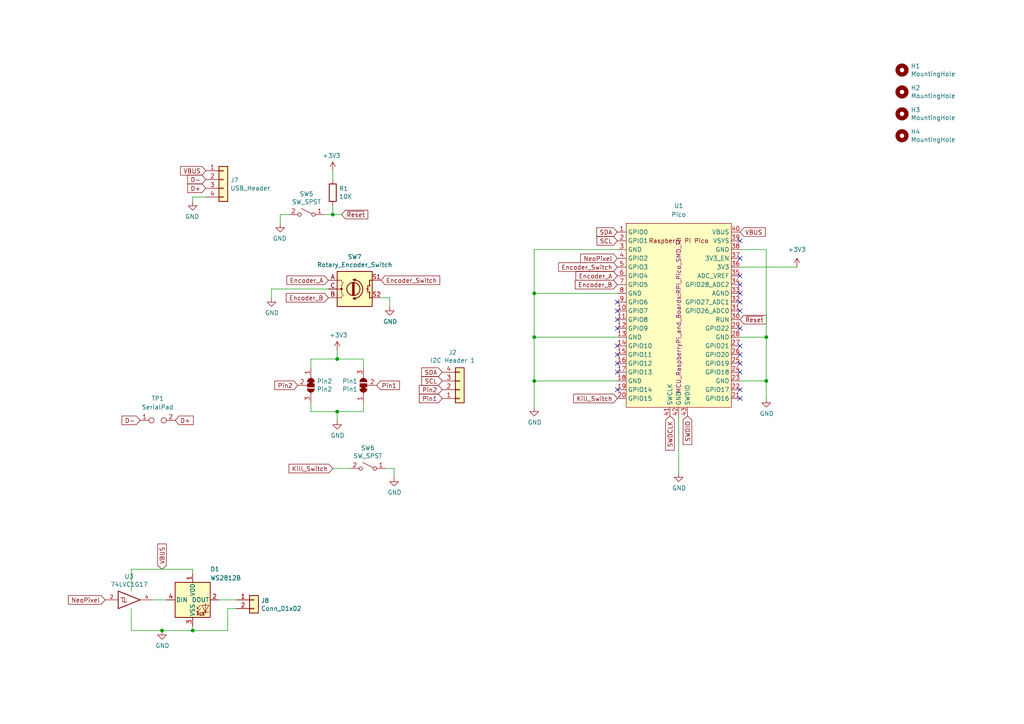
<source format=kicad_sch>
(kicad_sch (version 20211123) (generator eeschema)
  (paper "A4")
  (lib_symbols
    (symbol "Connector:TestPoint_2Pole" (pin_names (offset 0.762) hide)
      (property "Reference" "TP" (at 0 1.524 0))
      (property "Value" "TestPoint_2Pole" (at 0 -1.778 0))
      (symbol "TestPoint_2Pole_0_1"
        (circle (center -1.778 0) (radius 0.762))
        (circle (center 1.778 0) (radius 0.762))
        (pin passive line (at -5.08 0 0) (length 2.54) (name "1") (number "1"))
        (pin passive line (at 5.08 0 180) (length 2.54) (name "2") (number "2"))
      )
    )
    (symbol "MCU_RaspberryPi_and_Boards:Pico"
      (property "Reference" "U" (at -13.97 27.94 0))
      (property "Value" "Pico" (at 0 19.05 0))
      (symbol "Pico_0_0"
        (text "Raspberry Pi Pico" (at 0 21.59 0) (effects (font (size 1.27 1.27))))
      )
      (symbol "Pico_0_1"
        (rectangle (start -15.24 26.67) (end 15.24 -26.67) (fill (type background)))
      )
      (symbol "Pico_1_1"
        (pin bidirectional line (at -17.78 24.13 0) (length 2.54) (name "GPIO0") (number "1"))
        (pin bidirectional line (at -17.78 1.27 0) (length 2.54) (name "GPIO7") (number "10"))
        (pin bidirectional line (at -17.78 -1.27 0) (length 2.54) (name "GPIO8") (number "11"))
        (pin bidirectional line (at -17.78 -3.81 0) (length 2.54) (name "GPIO9") (number "12"))
        (pin power_in line (at -17.78 -6.35 0) (length 2.54) (name "GND") (number "13"))
        (pin bidirectional line (at -17.78 -8.89 0) (length 2.54) (name "GPIO10") (number "14"))
        (pin bidirectional line (at -17.78 -11.43 0) (length 2.54) (name "GPIO11") (number "15"))
        (pin bidirectional line (at -17.78 -13.97 0) (length 2.54) (name "GPIO12") (number "16"))
        (pin bidirectional line (at -17.78 -16.51 0) (length 2.54) (name "GPIO13") (number "17"))
        (pin power_in line (at -17.78 -19.05 0) (length 2.54) (name "GND") (number "18"))
        (pin bidirectional line (at -17.78 -21.59 0) (length 2.54) (name "GPIO14") (number "19"))
        (pin bidirectional line (at -17.78 21.59 0) (length 2.54) (name "GPIO1") (number "2"))
        (pin bidirectional line (at -17.78 -24.13 0) (length 2.54) (name "GPIO15") (number "20"))
        (pin bidirectional line (at 17.78 -24.13 180) (length 2.54) (name "GPIO16") (number "21"))
        (pin bidirectional line (at 17.78 -21.59 180) (length 2.54) (name "GPIO17") (number "22"))
        (pin power_in line (at 17.78 -19.05 180) (length 2.54) (name "GND") (number "23"))
        (pin bidirectional line (at 17.78 -16.51 180) (length 2.54) (name "GPIO18") (number "24"))
        (pin bidirectional line (at 17.78 -13.97 180) (length 2.54) (name "GPIO19") (number "25"))
        (pin bidirectional line (at 17.78 -11.43 180) (length 2.54) (name "GPIO20") (number "26"))
        (pin bidirectional line (at 17.78 -8.89 180) (length 2.54) (name "GPIO21") (number "27"))
        (pin power_in line (at 17.78 -6.35 180) (length 2.54) (name "GND") (number "28"))
        (pin bidirectional line (at 17.78 -3.81 180) (length 2.54) (name "GPIO22") (number "29"))
        (pin power_in line (at -17.78 19.05 0) (length 2.54) (name "GND") (number "3"))
        (pin input line (at 17.78 -1.27 180) (length 2.54) (name "RUN") (number "30"))
        (pin bidirectional line (at 17.78 1.27 180) (length 2.54) (name "GPIO26_ADC0") (number "31"))
        (pin bidirectional line (at 17.78 3.81 180) (length 2.54) (name "GPIO27_ADC1") (number "32"))
        (pin power_in line (at 17.78 6.35 180) (length 2.54) (name "AGND") (number "33"))
        (pin bidirectional line (at 17.78 8.89 180) (length 2.54) (name "GPIO28_ADC2") (number "34"))
        (pin power_in line (at 17.78 11.43 180) (length 2.54) (name "ADC_VREF") (number "35"))
        (pin power_in line (at 17.78 13.97 180) (length 2.54) (name "3V3") (number "36"))
        (pin input line (at 17.78 16.51 180) (length 2.54) (name "3V3_EN") (number "37"))
        (pin bidirectional line (at 17.78 19.05 180) (length 2.54) (name "GND") (number "38"))
        (pin power_in line (at 17.78 21.59 180) (length 2.54) (name "VSYS") (number "39"))
        (pin bidirectional line (at -17.78 16.51 0) (length 2.54) (name "GPIO2") (number "4"))
        (pin power_in line (at 17.78 24.13 180) (length 2.54) (name "VBUS") (number "40"))
        (pin input line (at -2.54 -29.21 90) (length 2.54) (name "SWCLK") (number "41"))
        (pin power_in line (at 0 -29.21 90) (length 2.54) (name "GND") (number "42"))
        (pin bidirectional line (at 2.54 -29.21 90) (length 2.54) (name "SWDIO") (number "43"))
        (pin bidirectional line (at -17.78 13.97 0) (length 2.54) (name "GPIO3") (number "5"))
        (pin bidirectional line (at -17.78 11.43 0) (length 2.54) (name "GPIO4") (number "6"))
        (pin bidirectional line (at -17.78 8.89 0) (length 2.54) (name "GPIO5") (number "7"))
        (pin power_in line (at -17.78 6.35 0) (length 2.54) (name "GND") (number "8"))
        (pin bidirectional line (at -17.78 3.81 0) (length 2.54) (name "GPIO6") (number "9"))
      )
    )
    (symbol "Switch:SW_SPST" (pin_names (offset 0) hide)
      (property "Reference" "SW" (at 0 3.175 0))
      (property "Value" "SW_SPST" (at 0 -2.54 0))
      (symbol "SW_SPST_0_0"
        (circle (center -2.032 0) (radius 0.508))
        (polyline (pts (xy -1.524 0.254) (xy 1.524 1.778)))
        (circle (center 2.032 0) (radius 0.508))
      )
      (symbol "SW_SPST_1_1"
        (pin passive line (at -5.08 0 0) (length 2.54) (name "A") (number "1"))
        (pin passive line (at 5.08 0 180) (length 2.54) (name "B") (number "2"))
      )
    )
    (symbol "V0_Display:74LVC1G17" (pin_names (offset 1.016))
      (property "Reference" "U" (at -2.54 3.81 0))
      (property "Value" "74LVC1G17" (at 0 -3.81 0))
      (symbol "74LVC1G17_0_1"
        (polyline (pts (xy -2.54 0.635) (xy -1.905 0.635) (xy -1.905 -0.635)))
        (polyline (pts (xy -3.81 2.54) (xy -3.81 -2.54) (xy 2.54 0) (xy -3.81 2.54)) (stroke (width 0.254)))
        (polyline (pts (xy -3.175 0.635) (xy -2.54 0.635) (xy -2.54 -0.635) (xy -1.27 -0.635)))
      )
      (symbol "74LVC1G17_1_1"
        (pin input line (at -7.62 0 0) (length 3.81) (name "~") (number "2"))
        (pin power_in line (at 0 -2.54 270) (length 0) hide (name "GND") (number "3"))
        (pin output line (at 6.35 0 180) (length 3.81) (name "~") (number "4"))
        (pin power_in line (at 0 2.54 90) (length 0) hide (name "VCC") (number "5"))
      )
    )
    (symbol "V0_Display:Conn_01x02" (pin_names (offset 1.016) hide)
      (property "Reference" "J" (at 0 2.54 0))
      (property "Value" "Conn_01x02" (at 0 -5.08 0))
      (symbol "Conn_01x02_1_1"
        (rectangle (start -1.27 -2.413) (end 0 -2.667) (stroke (width 0.1524)))
        (rectangle (start -1.27 0.127) (end 0 -0.127) (stroke (width 0.1524)))
        (rectangle (start -1.27 1.27) (end 1.27 -3.81) (stroke (width 0.254)) (fill (type background)))
        (pin passive line (at -5.08 0 0) (length 3.81) (name "Pin_1") (number "1"))
        (pin passive line (at -5.08 -2.54 0) (length 3.81) (name "Pin_2") (number "2"))
      )
    )
    (symbol "V0_Display:Conn_01x04" (pin_names (offset 1.016) hide)
      (property "Reference" "J" (at 0 5.08 0))
      (property "Value" "Conn_01x04" (at 0 -7.62 0))
      (symbol "Conn_01x04_1_1"
        (rectangle (start -1.27 -4.953) (end 0 -5.207) (stroke (width 0.1524)))
        (rectangle (start -1.27 -2.413) (end 0 -2.667) (stroke (width 0.1524)))
        (rectangle (start -1.27 0.127) (end 0 -0.127) (stroke (width 0.1524)))
        (rectangle (start -1.27 2.667) (end 0 2.413) (stroke (width 0.1524)))
        (rectangle (start -1.27 3.81) (end 1.27 -6.35) (stroke (width 0.254)) (fill (type background)))
        (pin passive line (at -5.08 2.54 0) (length 3.81) (name "Pin_1") (number "1"))
        (pin passive line (at -5.08 0 0) (length 3.81) (name "Pin_2") (number "2"))
        (pin passive line (at -5.08 -2.54 0) (length 3.81) (name "Pin_3") (number "3"))
        (pin passive line (at -5.08 -5.08 0) (length 3.81) (name "Pin_4") (number "4"))
      )
    )
    (symbol "V0_Display:MountingHole" (pin_names (offset 1.016))
      (property "Reference" "H" (at 0 5.08 0))
      (property "Value" "MountingHole" (at 0 3.175 0))
      (symbol "MountingHole_0_1"
        (circle (center 0 0) (radius 1.27) (stroke (width 1.27)))
      )
    )
    (symbol "V0_Display:R" (pin_numbers hide) (pin_names (offset 0))
      (property "Reference" "R" (at 2.032 0 90))
      (property "Value" "R" (at 0 0 90))
      (symbol "R_0_1"
        (rectangle (start -1.016 -2.54) (end 1.016 2.54) (stroke (width 0.254)))
      )
      (symbol "R_1_1"
        (pin passive line (at 0 3.81 270) (length 1.27) (name "~") (number "1"))
        (pin passive line (at 0 -3.81 90) (length 1.27) (name "~") (number "2"))
      )
    )
    (symbol "V0_Display:Rotary_Encoder_Switch" (pin_names (offset 0.254) hide)
      (property "Reference" "SW" (at 0 6.604 0))
      (property "Value" "Rotary_Encoder_Switch" (at 0 -6.604 0))
      (symbol "Rotary_Encoder_Switch_0_1"
        (rectangle (start -5.08 5.08) (end 5.08 -5.08) (stroke (width 0.254)) (fill (type background)))
        (circle (center -3.81 0) (radius 0.254) (fill (type outline)))
        (arc (start -0.381 -2.794) (mid 2.3622 -0.0635) (end -0.381 2.667) (stroke (width 0.254)))
        (circle (center -0.381 0) (radius 1.905) (stroke (width 0.254)))
        (polyline (pts (xy -0.635 -1.778) (xy -0.635 1.778)) (stroke (width 0.254)))
        (polyline (pts (xy -0.381 -1.778) (xy -0.381 1.778)) (stroke (width 0.254)))
        (polyline (pts (xy -0.127 1.778) (xy -0.127 -1.778)) (stroke (width 0.254)))
        (polyline (pts (xy 3.81 0) (xy 3.429 0)) (stroke (width 0.254)))
        (polyline (pts (xy 3.81 1.016) (xy 3.81 -1.016)) (stroke (width 0.254)))
        (polyline (pts (xy -5.08 -2.54) (xy -3.81 -2.54) (xy -3.81 -2.032)))
        (polyline (pts (xy -5.08 2.54) (xy -3.81 2.54) (xy -3.81 2.032)))
        (polyline (pts (xy 0.254 -3.048) (xy -0.508 -2.794) (xy 0.127 -2.413)) (stroke (width 0.254)))
        (polyline (pts (xy 0.254 2.921) (xy -0.508 2.667) (xy 0.127 2.286)) (stroke (width 0.254)))
        (polyline (pts (xy 5.08 -2.54) (xy 4.318 -2.54) (xy 4.318 -1.016)) (stroke (width 0.254)))
        (polyline (pts (xy 5.08 2.54) (xy 4.318 2.54) (xy 4.318 1.016)) (stroke (width 0.254)))
        (polyline (pts (xy -5.08 0) (xy -3.81 0) (xy -3.81 -1.016) (xy -3.302 -2.032)))
        (polyline (pts (xy -4.318 0) (xy -3.81 0) (xy -3.81 1.016) (xy -3.302 2.032)))
        (circle (center 4.318 -1.016) (radius 0.127) (stroke (width 0.254)))
        (circle (center 4.318 1.016) (radius 0.127) (stroke (width 0.254)))
      )
      (symbol "Rotary_Encoder_Switch_1_1"
        (pin passive line (at -7.62 2.54 0) (length 2.54) (name "A") (number "A"))
        (pin passive line (at -7.62 -2.54 0) (length 2.54) (name "B") (number "B"))
        (pin passive line (at -7.62 0 0) (length 2.54) (name "C") (number "C"))
        (pin passive line (at 7.62 2.54 180) (length 2.54) (name "S1") (number "S1"))
        (pin passive line (at 7.62 -2.54 180) (length 2.54) (name "S2") (number "S2"))
      )
    )
    (symbol "V0_Display:SW_SPST" (pin_names (offset 0) hide)
      (property "Reference" "SW" (at 0 3.175 0))
      (property "Value" "SW_SPST" (at 0 -2.54 0))
      (symbol "SW_SPST_0_0"
        (circle (center -2.032 0) (radius 0.508))
        (polyline (pts (xy -1.524 0.254) (xy 1.524 1.778)))
        (circle (center 2.032 0) (radius 0.508))
      )
      (symbol "SW_SPST_1_1"
        (pin passive line (at -5.08 0 0) (length 2.54) (name "A") (number "1"))
        (pin passive line (at 5.08 0 180) (length 2.54) (name "B") (number "2"))
      )
    )
    (symbol "V0_Display:SolderJumper_3_Bridged12" (pin_names (offset 0) hide)
      (property "Reference" "JP" (at -2.54 -2.54 0))
      (property "Value" "SolderJumper_3_Bridged12" (at 0 2.794 0))
      (symbol "SolderJumper_3_Bridged12_0_1"
        (rectangle (start -1.016 0.508) (end -0.508 -0.508) (fill (type outline)))
        (arc (start -1.016 1.016) (mid -2.032 0) (end -1.016 -1.016))
        (arc (start -1.016 1.016) (mid -2.032 0) (end -1.016 -1.016) (fill (type outline)))
        (rectangle (start -0.508 1.016) (end 0.508 -1.016) (fill (type outline)))
        (polyline (pts (xy -2.54 0) (xy -2.032 0)))
        (polyline (pts (xy -1.016 1.016) (xy -1.016 -1.016)))
        (polyline (pts (xy 0 -1.27) (xy 0 -1.016)))
        (polyline (pts (xy 1.016 1.016) (xy 1.016 -1.016)))
        (polyline (pts (xy 2.54 0) (xy 2.032 0)))
        (arc (start 1.016 -1.016) (mid 2.032 0) (end 1.016 1.016))
        (arc (start 1.016 -1.016) (mid 2.032 0) (end 1.016 1.016) (fill (type outline)))
      )
      (symbol "SolderJumper_3_Bridged12_1_1"
        (pin passive line (at -5.08 0 0) (length 2.54) (name "A") (number "1"))
        (pin input line (at 0 -3.81 90) (length 2.54) (name "C") (number "2"))
        (pin passive line (at 5.08 0 180) (length 2.54) (name "B") (number "3"))
      )
    )
    (symbol "V0_Display:WS2812B" (pin_names (offset 0.254))
      (property "Reference" "D" (at 5.08 5.715 0))
      (property "Value" "WS2812B" (at 1.27 -5.715 0))
      (symbol "WS2812B_0_0"
        (text "RGB" (at 2.286 -4.191 0) (effects (font (size 0.762 0.762))))
      )
      (symbol "WS2812B_0_1"
        (polyline (pts (xy 1.27 -3.556) (xy 1.778 -3.556)))
        (polyline (pts (xy 1.27 -2.54) (xy 1.778 -2.54)))
        (polyline (pts (xy 4.699 -3.556) (xy 2.667 -3.556)))
        (polyline (pts (xy 2.286 -2.54) (xy 1.27 -3.556) (xy 1.27 -3.048)))
        (polyline (pts (xy 2.286 -1.524) (xy 1.27 -2.54) (xy 1.27 -2.032)))
        (polyline (pts (xy 3.683 -1.016) (xy 3.683 -3.556) (xy 3.683 -4.064)))
        (polyline (pts (xy 4.699 -1.524) (xy 2.667 -1.524) (xy 3.683 -3.556) (xy 4.699 -1.524)))
        (rectangle (start 5.08 5.08) (end -5.08 -5.08) (stroke (width 0.254)) (fill (type background)))
      )
      (symbol "WS2812B_1_1"
        (pin power_in line (at 0 7.62 270) (length 2.54) (name "VDD") (number "1"))
        (pin output line (at 7.62 0 180) (length 2.54) (name "DOUT") (number "2"))
        (pin power_in line (at 0 -7.62 90) (length 2.54) (name "VSS") (number "3"))
        (pin input line (at -7.62 0 0) (length 2.54) (name "DIN") (number "4"))
      )
    )
    (symbol "power:+3.3V" (power) (pin_names (offset 0))
      (property "Value" "+3.3V" (at 0 3.556 0))
      (symbol "+3.3V_0_1"
        (polyline (pts (xy -0.762 1.27) (xy 0 2.54)))
        (polyline (pts (xy 0 0) (xy 0 2.54)))
        (polyline (pts (xy 0 2.54) (xy 0.762 1.27)))
      )
      (symbol "+3.3V_1_1"
        (pin power_in line (at 0 0 90) (length 0) hide (name "+3V3") (number "1"))
      )
    )
    (symbol "power:+3V3" (power) (pin_names (offset 0))
      (property "Value" "+3V3" (at 0 3.556 0))
      (symbol "+3V3_0_1"
        (polyline (pts (xy -0.762 1.27) (xy 0 2.54)))
        (polyline (pts (xy 0 0) (xy 0 2.54)))
        (polyline (pts (xy 0 2.54) (xy 0.762 1.27)))
      )
      (symbol "+3V3_1_1"
        (pin power_in line (at 0 0 90) (length 0) hide (name "+3V3") (number "1"))
      )
    )
    (symbol "power:GND" (power) (pin_names (offset 0))
      (property "Value" "GND" (at 0 -3.81 0))
      (symbol "GND_0_1"
        (polyline (pts (xy 0 0) (xy 0 -1.27) (xy 1.27 -1.27) (xy 0 -2.54) (xy -1.27 -1.27) (xy 0 -1.27)))
      )
      (symbol "GND_1_1"
        (pin power_in line (at 0 0 270) (length 0) hide (name "GND") (number "1"))
      )
    )
  )
  (junction (at 46.99 182.88))
  (junction (at 154.94 110.49))
  (junction (at 96.52 62.23))
  (junction (at 222.25 110.49))
  (junction (at 222.25 97.79))
  (junction (at 154.94 85.09))
  (junction (at 55.88 182.88))
  (junction (at 97.79 119.38))
  (junction (at 154.94 97.79))
  (junction (at 97.79 104.14))
  (no_connect (at 179.07 107.95))
  (no_connect (at 179.07 113.03))
  (no_connect (at 179.07 95.25))
  (no_connect (at 179.07 100.33))
  (no_connect (at 179.07 102.87))
  (no_connect (at 179.07 105.41))
  (no_connect (at 214.63 107.95))
  (no_connect (at 214.63 113.03))
  (no_connect (at 214.63 82.55))
  (no_connect (at 214.63 85.09))
  (no_connect (at 214.63 87.63))
  (no_connect (at 214.63 90.17))
  (no_connect (at 214.63 95.25))
  (no_connect (at 214.63 69.85))
  (no_connect (at 214.63 74.93))
  (no_connect (at 214.63 80.01))
  (no_connect (at 214.63 100.33))
  (no_connect (at 214.63 102.87))
  (no_connect (at 214.63 105.41))
  (no_connect (at 214.63 115.57))
  (no_connect (at 179.07 87.63))
  (no_connect (at 179.07 90.17))
  (no_connect (at 179.07 92.71))
  (wire (pts (xy 95.25 83.82) (xy 78.74 83.82)))
  (wire (pts (xy 81.28 64.77) (xy 81.28 62.23)))
  (wire (pts (xy 99.06 62.23) (xy 96.52 62.23)))
  (wire (pts (xy 38.1 176.53) (xy 38.1 182.88)))
  (wire (pts (xy 81.28 62.23) (xy 83.82 62.23)))
  (wire (pts (xy 63.5 173.99) (xy 68.58 173.99)))
  (wire (pts (xy 96.52 59.69) (xy 96.52 62.23)))
  (wire (pts (xy 97.79 121.92) (xy 97.79 119.38)))
  (wire (pts (xy 38.1 182.88) (xy 46.99 182.88)))
  (wire (pts (xy 222.25 110.49) (xy 222.25 97.79)))
  (wire (pts (xy 105.41 104.14) (xy 97.79 104.14)))
  (wire (pts (xy 55.88 58.42) (xy 55.88 57.15)))
  (wire (pts (xy 222.25 110.49) (xy 222.25 115.57)))
  (wire (pts (xy 154.94 97.79) (xy 154.94 110.49)))
  (wire (pts (xy 78.74 86.36) (xy 78.74 83.82)))
  (wire (pts (xy 214.63 110.49) (xy 222.25 110.49)))
  (wire (pts (xy 113.03 88.9) (xy 113.03 86.36)))
  (wire (pts (xy 96.52 52.07) (xy 96.52 49.53)))
  (wire (pts (xy 97.79 119.38) (xy 105.41 119.38)))
  (wire (pts (xy 154.94 110.49) (xy 154.94 118.11)))
  (wire (pts (xy 55.88 182.88) (xy 55.88 181.61)))
  (wire (pts (xy 90.17 119.38) (xy 97.79 119.38)))
  (wire (pts (xy 46.99 182.88) (xy 55.88 182.88)))
  (wire (pts (xy 101.6 135.89) (xy 96.52 135.89)))
  (wire (pts (xy 114.3 138.43) (xy 114.3 135.89)))
  (wire (pts (xy 154.94 72.39) (xy 154.94 85.09)))
  (wire (pts (xy 214.63 77.47) (xy 231.14 77.47)))
  (wire (pts (xy 96.52 62.23) (xy 93.98 62.23)))
  (wire (pts (xy 214.63 97.79) (xy 222.25 97.79)))
  (wire (pts (xy 90.17 116.84) (xy 90.17 119.38)))
  (wire (pts (xy 68.58 176.53) (xy 66.04 176.53)))
  (wire (pts (xy 38.1 165.1) (xy 38.1 171.45)))
  (wire (pts (xy 105.41 106.68) (xy 105.41 104.14)))
  (wire (pts (xy 55.88 57.15) (xy 59.69 57.15)))
  (wire (pts (xy 154.94 97.79) (xy 179.07 97.79)))
  (wire (pts (xy 154.94 85.09) (xy 179.07 85.09)))
  (wire (pts (xy 48.26 173.99) (xy 44.45 173.99)))
  (wire (pts (xy 90.17 104.14) (xy 90.17 106.68)))
  (wire (pts (xy 66.04 176.53) (xy 66.04 182.88)))
  (wire (pts (xy 154.94 110.49) (xy 179.07 110.49)))
  (wire (pts (xy 114.3 135.89) (xy 111.76 135.89)))
  (wire (pts (xy 179.07 72.39) (xy 154.94 72.39)))
  (wire (pts (xy 97.79 101.6) (xy 97.79 104.14)))
  (wire (pts (xy 66.04 182.88) (xy 55.88 182.88)))
  (wire (pts (xy 113.03 86.36) (xy 110.49 86.36)))
  (wire (pts (xy 97.79 104.14) (xy 90.17 104.14)))
  (wire (pts (xy 105.41 119.38) (xy 105.41 116.84)))
  (wire (pts (xy 222.25 72.39) (xy 222.25 97.79)))
  (wire (pts (xy 214.63 72.39) (xy 222.25 72.39)))
  (wire (pts (xy 55.88 165.1) (xy 38.1 165.1)))
  (wire (pts (xy 55.88 166.37) (xy 55.88 165.1)))
  (wire (pts (xy 154.94 85.09) (xy 154.94 97.79)))
  (wire (pts (xy 196.85 120.65) (xy 196.85 137.16)))
  (global_label "NeoPixel" (shape input) (at 30.48 173.99 180) (property "Intersheet References" "${INTERSHEET_REFS}" (effects hide)))
  (global_label "Pin2" (shape input) (at 128.27 113.03 180) (property "Intersheet References" "${INTERSHEET_REFS}" (effects hide)))
  (global_label "SCL" (shape input) (at 128.27 110.49 180) (property "Intersheet References" "${INTERSHEET_REFS}" (effects hide)))
  (global_label "Pin1" (shape input) (at 128.27 115.57 180) (property "Intersheet References" "${INTERSHEET_REFS}" (effects hide)))
  (global_label "VBUS" (shape input) (at 46.99 165.1 90) (property "Intersheet References" "${INTERSHEET_REFS}" (effects hide)))
  (global_label "SDA" (shape input) (at 128.27 107.95 180) (property "Intersheet References" "${INTERSHEET_REFS}" (effects hide)))
  (global_label "Encoder_B" (shape input) (at 179.07 82.55 180) (property "Intersheet References" "${INTERSHEET_REFS}" (effects hide)))
  (global_label "SWDIO" (shape input) (at 199.39 120.65 270) (property "Intersheet References" "${INTERSHEET_REFS}" (effects hide)))
  (global_label "Pin1" (shape input) (at 109.22 111.76 0) (property "Intersheet References" "${INTERSHEET_REFS}" (effects hide)))
  (global_label "Encoder_Switch" (shape input) (at 179.07 77.47 180) (property "Intersheet References" "${INTERSHEET_REFS}" (effects hide)))
  (global_label "SDA" (shape input) (at 179.07 67.31 180) (property "Intersheet References" "${INTERSHEET_REFS}" (effects hide)))
  (global_label "~{Reset}" (shape input) (at 214.63 92.71 0) (property "Intersheet References" "${INTERSHEET_REFS}" (effects hide)))
  (global_label "D-" (shape input) (at 40.64 121.92 180) (property "Intersheet References" "${INTERSHEET_REFS}" (effects hide)))
  (global_label "D+" (shape input) (at 50.8 121.92 0) (property "Intersheet References" "${INTERSHEET_REFS}" (effects hide)))
  (global_label "Pin2" (shape input) (at 86.36 111.76 180) (property "Intersheet References" "${INTERSHEET_REFS}" (effects hide)))
  (global_label "VBUS" (shape input) (at 59.69 49.53 180) (property "Intersheet References" "${INTERSHEET_REFS}" (effects hide)))
  (global_label "VBUS" (shape input) (at 214.63 67.31 0) (property "Intersheet References" "${INTERSHEET_REFS}" (effects hide)))
  (global_label "Encoder_A" (shape input) (at 179.07 80.01 180) (property "Intersheet References" "${INTERSHEET_REFS}" (effects hide)))
  (global_label "Kill_Switch" (shape input) (at 96.52 135.89 180) (property "Intersheet References" "${INTERSHEET_REFS}" (effects hide)))
  (global_label "NeoPixel" (shape input) (at 179.07 74.93 180) (property "Intersheet References" "${INTERSHEET_REFS}" (effects hide)))
  (global_label "Encoder_Switch" (shape input) (at 110.49 81.28 0) (property "Intersheet References" "${INTERSHEET_REFS}" (effects hide)))
  (global_label "Encoder_B" (shape input) (at 95.25 86.36 180) (property "Intersheet References" "${INTERSHEET_REFS}" (effects hide)))
  (global_label "SCL" (shape input) (at 179.07 69.85 180) (property "Intersheet References" "${INTERSHEET_REFS}" (effects hide)))
  (global_label "D-" (shape input) (at 59.69 52.07 180) (property "Intersheet References" "${INTERSHEET_REFS}" (effects hide)))
  (global_label "~{Reset}" (shape input) (at 99.06 62.23 0) (property "Intersheet References" "${INTERSHEET_REFS}" (effects hide)))
  (global_label "D+" (shape input) (at 59.69 54.61 180) (property "Intersheet References" "${INTERSHEET_REFS}" (effects hide)))
  (global_label "Encoder_A" (shape input) (at 95.25 81.28 180) (property "Intersheet References" "${INTERSHEET_REFS}" (effects hide)))
  (global_label "Kill_Switch" (shape input) (at 179.07 115.57 180) (property "Intersheet References" "${INTERSHEET_REFS}" (effects hide)))
  (global_label "SWDCLK" (shape input) (at 194.31 120.65 270) (property "Intersheet References" "${INTERSHEET_REFS}" (effects hide)))
  (symbol (lib_id "V0_Display:R") (at 96.52 55.88 0) (unit 1)
    (property "Reference" "R1" (at 98.298 54.7116 0) (effects (justify left)))
    (property "Value" "10K" (at 98.298 57.023 0) (effects (justify left)))
    (property "Footprint" "V0-Display:R_0805_2012Metric" (effects hide))
    (property "LCSC" "C17414" (effects hide))
  )
  (symbol (lib_id "V0_Display:Conn_01x04") (at 133.35 113.03 0) (mirror x) (unit 1)
    (property "Reference" "J2" (at 131.2672 102.235 0))
    (property "Value" "I2C Header 1" (at 131.2672 104.5464 0))
    (property "Footprint" "V0-Display:1pt3in_OLED" (effects hide))
  )
  (symbol (lib_id "Switch:SW_SPST") (at 88.9 62.23 0) (mirror y) (unit 1)
    (property "Reference" "SW5" (at 88.9 56.261 0))
    (property "Value" "SW_SPST" (at 88.9 58.5724 0))
    (property "Footprint" "V0-Display:SW_PUSH_6mm" (effects hide))
  )
  (symbol (lib_id "power:GND") (at 81.28 64.77 0) (mirror y) (unit 1)
    (property "Reference" "#PWR0115" (effects hide))
    (property "Value" "GND" (at 81.153 69.1642 0))
  )
  (symbol (lib_id "power:+3V3") (at 97.79 101.6 0) (unit 1)
    (property "Reference" "#PWR0106" (effects hide))
    (property "Value" "+3V3" (at 98.171 97.2058 0))
  )
  (symbol (lib_id "power:GND") (at 97.79 121.92 0) (unit 1)
    (property "Reference" "#PWR0107" (effects hide))
    (property "Value" "GND" (at 97.917 126.3142 0))
  )
  (symbol (lib_id "power:+3V3") (at 96.52 49.53 0) (mirror y) (unit 1)
    (property "Reference" "#PWR0116" (effects hide))
    (property "Value" "+3V3" (at 96.139 45.1358 0))
  )
  (symbol (lib_id "power:GND") (at 114.3 138.43 0) (unit 1)
    (property "Reference" "#PWR0120" (effects hide))
    (property "Value" "GND" (at 114.427 142.8242 0))
  )
  (symbol (lib_id "V0_Display:74LVC1G17") (at 38.1 173.99 0) (unit 1)
    (property "Reference" "U3" (at 37.465 167.2082 0))
    (property "Value" "74LVC1G17" (at 37.465 169.5196 0))
    (property "Footprint" "V0-Display:SOT-753" (effects hide))
    (property "Datasheet" "http://www.ti.com/lit/sg/scyt129e/scyt129e.pdf" (effects hide))
    (property "LCSC" "C6076" (effects hide))
  )
  (symbol (lib_id "V0_Display:WS2812B") (at 55.88 173.99 0) (unit 1)
    (property "Reference" "D1" (at 60.96 165.1 0) (effects (justify left)))
    (property "Value" "WS2812B" (at 60.96 167.64 0) (effects (justify left)))
    (property "Footprint" "V0-Display:LED_WS2812B_PLCC4_5.0x5.0mm_P3.2mm" (effects hide))
    (property "Datasheet" "https://cdn-shop.adafruit.com/datasheets/WS2812B.pdf" (effects hide))
  )
  (symbol (lib_id "power:GND") (at 46.99 182.88 0) (unit 1)
    (property "Reference" "#PWR0121" (effects hide))
    (property "Value" "GND" (at 47.117 187.2742 0))
  )
  (symbol (lib_id "V0_Display:Rotary_Encoder_Switch") (at 102.87 83.82 0) (unit 1)
    (property "Reference" "SW7" (at 102.87 74.4982 0))
    (property "Value" "Rotary_Encoder_Switch" (at 102.87 76.8096 0))
    (property "Footprint" "V0-Display:EN11_Encoder" (effects hide))
  )
  (symbol (lib_id "power:GND") (at 113.03 88.9 0) (unit 1)
    (property "Reference" "#PWR0122" (effects hide))
    (property "Value" "GND" (at 113.157 93.2942 0))
  )
  (symbol (lib_id "V0_Display:SW_SPST") (at 106.68 135.89 0) (mirror y) (unit 1)
    (property "Reference" "SW6" (at 106.68 129.921 0))
    (property "Value" "SW_SPST" (at 106.68 132.2324 0))
    (property "Footprint" "V0-Display:SW_PUSH_6mm" (effects hide))
  )
  (symbol (lib_id "V0_Display:MountingHole") (at 261.62 20.32 0) (unit 1)
    (property "Reference" "H1" (at 264.16 19.1516 0) (effects (justify left)))
    (property "Value" "MountingHole" (at 264.16 21.463 0) (effects (justify left)))
    (property "Footprint" "MountingHole:MountingHole_2.7mm_M2.5" (effects hide))
  )
  (symbol (lib_id "V0_Display:MountingHole") (at 261.62 26.67 0) (unit 1)
    (property "Reference" "H2" (at 264.16 25.5016 0) (effects (justify left)))
    (property "Value" "MountingHole" (at 264.16 27.813 0) (effects (justify left)))
    (property "Footprint" "MountingHole:MountingHole_2.7mm_M2.5" (effects hide))
  )
  (symbol (lib_id "V0_Display:MountingHole") (at 261.62 33.02 0) (unit 1)
    (property "Reference" "H3" (at 264.16 31.8516 0) (effects (justify left)))
    (property "Value" "MountingHole" (at 264.16 34.163 0) (effects (justify left)))
    (property "Footprint" "MountingHole:MountingHole_2.7mm_M2.5" (effects hide))
  )
  (symbol (lib_id "V0_Display:MountingHole") (at 261.62 39.37 0) (unit 1)
    (property "Reference" "H4" (at 264.16 38.2016 0) (effects (justify left)))
    (property "Value" "MountingHole" (at 264.16 40.513 0) (effects (justify left)))
    (property "Footprint" "MountingHole:MountingHole_2.7mm_M2.5" (effects hide))
  )
  (symbol (lib_id "power:GND") (at 78.74 86.36 0) (unit 1)
    (property "Reference" "#PWR0123" (effects hide))
    (property "Value" "GND" (at 78.867 90.7542 0))
  )
  (symbol (lib_id "V0_Display:Conn_01x04") (at 64.77 52.07 0) (unit 1)
    (property "Reference" "J7" (at 66.802 52.2732 0) (effects (justify left)))
    (property "Value" "USB_Header" (at 66.802 54.5846 0) (effects (justify left)))
    (property "Footprint" "V0-Display:PinHeader_1x04_P2.54mm_Vertical" (effects hide))
  )
  (symbol (lib_id "power:GND") (at 55.88 58.42 0) (mirror y) (unit 1)
    (property "Reference" "#PWR0128" (effects hide))
    (property "Value" "GND" (at 55.753 62.8142 0))
  )
  (symbol (lib_id "V0_Display:Conn_01x02") (at 73.66 173.99 0) (unit 1)
    (property "Reference" "J8" (at 75.692 174.1932 0) (effects (justify left)))
    (property "Value" "Conn_01x02" (at 75.692 176.5046 0) (effects (justify left)))
    (property "Footprint" "V0-Display:PinHeader_1x02_P2.54mm_Vertical" (effects hide))
  )
  (symbol (lib_id "V0_Display:SolderJumper_3_Bridged12") (at 90.17 111.76 270) (unit 1)
    (property "Reference" "Pin2" (at 91.8972 110.5916 90) (effects (justify left)))
    (property "Value" "Pin2" (at 91.8972 112.903 90) (effects (justify left)))
    (property "Footprint" "V0-Display:SolderJumper-3_P1.3mm_Bridged12_Pad1.0x1.5mm" (effects hide))
  )
  (symbol (lib_id "V0_Display:SolderJumper_3_Bridged12") (at 105.41 111.76 90) (unit 1)
    (property "Reference" "Pin1" (at 103.7082 110.5916 90) (effects (justify left)))
    (property "Value" "Pin1" (at 103.7082 112.903 90) (effects (justify left)))
    (property "Footprint" "V0-Display:SolderJumper-3_P1.3mm_Bridged12_Pad1.0x1.5mm" (effects hide))
  )
  (symbol (lib_id "power:GND") (at 196.85 137.16 0) (unit 1)
    (property "Reference" "#PWR0102" (effects hide))
    (property "Value" "GND" (at 196.977 141.5542 0))
  )
  (symbol (lib_id "power:+3.3V") (at 231.14 77.47 0) (unit 1)
    (property "Reference" "#PWR0104" (effects hide))
    (property "Value" "+3.3V" (at 231.14 72.39 0))
  )
  (symbol (lib_id "Connector:TestPoint_2Pole") (at 45.72 121.92 0) (unit 1)
    (property "Reference" "TP1" (at 45.72 115.57 0))
    (property "Value" "SerialPad" (at 45.72 118.11 0))
    (property "Footprint" "TestPoint:TestPoint_2Pads_Pitch2.54mm_Drill0.8mm" (effects hide))
  )
  (symbol (lib_id "MCU_RaspberryPi_and_Boards:Pico") (at 196.85 91.44 0) (unit 1)
    (property "Reference" "U1" (at 196.85 59.69 0))
    (property "Value" "Pico" (at 196.85 62.23 0))
    (property "Footprint" "MCU_RaspberryPi_and_Boards:RPi_Pico_SMD_TH" (at 196.85 91.44 90))
  )
  (symbol (lib_id "power:GND") (at 154.94 118.11 0) (unit 1)
    (property "Reference" "#PWR0103" (effects hide))
    (property "Value" "GND" (at 155.067 122.5042 0))
  )
  (symbol (lib_id "power:GND") (at 222.25 115.57 0) (unit 1)
    (property "Reference" "#PWR0101" (effects hide))
    (property "Value" "GND" (at 222.377 119.9642 0))
  )
)
</source>
